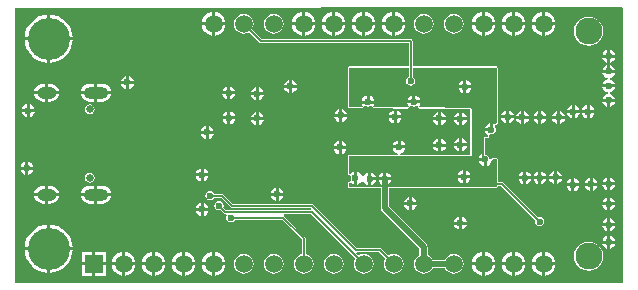
<source format=gbr>
%TF.GenerationSoftware,Altium Limited,Altium Designer,20.0.10 (225)*%
G04 Layer_Physical_Order=2*
G04 Layer_Color=16711680*
%FSLAX26Y26*%
%MOIN*%
%TF.FileFunction,Copper,L2,Bot,Signal*%
%TF.Part,Single*%
G01*
G75*
%TA.AperFunction,Conductor*%
%ADD24C,0.008000*%
%ADD25C,0.006000*%
%ADD26C,0.020000*%
%TA.AperFunction,ComponentPad*%
%ADD30C,0.059370*%
%ADD31R,0.059370X0.059370*%
%ADD32C,0.140000*%
%ADD33C,0.090000*%
%ADD34O,0.062992X0.039370*%
%ADD35O,0.082677X0.039370*%
%ADD36C,0.025591*%
%TA.AperFunction,ViaPad*%
%ADD37C,0.023622*%
G36*
X2027559Y917720D02*
X2027559Y0D01*
X0D01*
Y916803D01*
X2024019Y921252D01*
X2027559Y917720D01*
D02*
G37*
%LPC*%
G36*
X1766323Y903936D02*
Y869567D01*
X1800692D01*
X1799986Y874927D01*
X1795987Y884581D01*
X1789626Y892870D01*
X1781336Y899232D01*
X1771683Y903230D01*
X1766323Y903936D01*
D02*
G37*
G36*
X1666323D02*
Y869567D01*
X1700692D01*
X1699986Y874927D01*
X1695987Y884581D01*
X1689626Y892870D01*
X1681336Y899232D01*
X1671683Y903230D01*
X1666323Y903936D01*
D02*
G37*
G36*
X1566323D02*
Y869567D01*
X1600692D01*
X1599986Y874927D01*
X1595987Y884581D01*
X1589626Y892870D01*
X1581336Y899232D01*
X1571683Y903230D01*
X1566323Y903936D01*
D02*
G37*
G36*
X1266323D02*
Y869567D01*
X1300692D01*
X1299986Y874927D01*
X1295987Y884581D01*
X1289626Y892870D01*
X1281336Y899232D01*
X1271683Y903230D01*
X1266323Y903936D01*
D02*
G37*
G36*
X1166323D02*
Y869567D01*
X1200692D01*
X1199986Y874927D01*
X1195987Y884581D01*
X1189626Y892870D01*
X1181336Y899232D01*
X1171683Y903230D01*
X1166323Y903936D01*
D02*
G37*
G36*
X1066323D02*
Y869567D01*
X1100692D01*
X1099986Y874927D01*
X1095987Y884581D01*
X1089626Y892870D01*
X1081336Y899232D01*
X1071683Y903230D01*
X1066323Y903936D01*
D02*
G37*
G36*
X966323D02*
Y869567D01*
X1000692D01*
X999986Y874927D01*
X995987Y884581D01*
X989626Y892870D01*
X981337Y899232D01*
X971683Y903230D01*
X966323Y903936D01*
D02*
G37*
G36*
X666323D02*
Y869567D01*
X700692D01*
X699986Y874927D01*
X695987Y884581D01*
X689626Y892870D01*
X681337Y899232D01*
X671683Y903230D01*
X666323Y903936D01*
D02*
G37*
G36*
X1756323D02*
X1750963Y903230D01*
X1741309Y899232D01*
X1733019Y892870D01*
X1726658Y884581D01*
X1722659Y874927D01*
X1721954Y869567D01*
X1756323D01*
Y903936D01*
D02*
G37*
G36*
X656323D02*
X650963Y903230D01*
X641309Y899232D01*
X633019Y892870D01*
X626658Y884581D01*
X622659Y874927D01*
X621954Y869567D01*
X656323D01*
Y903936D01*
D02*
G37*
G36*
X1656323D02*
X1650963Y903230D01*
X1641309Y899232D01*
X1633019Y892870D01*
X1626658Y884581D01*
X1622659Y874927D01*
X1621954Y869567D01*
X1656323D01*
Y903936D01*
D02*
G37*
G36*
X1556323D02*
X1550963Y903230D01*
X1541309Y899232D01*
X1533019Y892870D01*
X1526658Y884581D01*
X1522659Y874927D01*
X1521954Y869567D01*
X1556323D01*
Y903936D01*
D02*
G37*
G36*
X1256323D02*
X1250963Y903230D01*
X1241309Y899232D01*
X1233019Y892870D01*
X1226658Y884581D01*
X1222659Y874927D01*
X1221954Y869567D01*
X1256323D01*
Y903936D01*
D02*
G37*
G36*
X1156323D02*
X1150963Y903230D01*
X1141309Y899232D01*
X1133019Y892870D01*
X1126658Y884581D01*
X1122659Y874927D01*
X1121954Y869567D01*
X1156323D01*
Y903936D01*
D02*
G37*
G36*
X1056323D02*
X1050963Y903230D01*
X1041309Y899232D01*
X1033019Y892870D01*
X1026658Y884581D01*
X1022659Y874927D01*
X1021954Y869567D01*
X1056323D01*
Y903936D01*
D02*
G37*
G36*
X956323D02*
X950963Y903230D01*
X941309Y899232D01*
X933019Y892870D01*
X926658Y884581D01*
X922659Y874927D01*
X921954Y869567D01*
X956323D01*
Y903936D01*
D02*
G37*
G36*
X1461323Y898038D02*
X1452660Y896898D01*
X1444587Y893554D01*
X1437655Y888235D01*
X1432336Y881303D01*
X1428992Y873230D01*
X1427851Y864567D01*
X1428992Y855904D01*
X1432336Y847831D01*
X1437655Y840899D01*
X1444587Y835580D01*
X1452660Y832236D01*
X1461323Y831096D01*
X1469986Y832236D01*
X1478059Y835580D01*
X1484991Y840899D01*
X1490310Y847831D01*
X1493654Y855904D01*
X1494794Y864567D01*
X1493654Y873230D01*
X1490310Y881303D01*
X1484991Y888235D01*
X1478059Y893554D01*
X1469986Y896898D01*
X1461323Y898038D01*
D02*
G37*
G36*
X1361323D02*
X1352660Y896898D01*
X1344587Y893554D01*
X1337655Y888235D01*
X1332336Y881303D01*
X1328992Y873230D01*
X1327851Y864567D01*
X1328992Y855904D01*
X1332336Y847831D01*
X1337655Y840899D01*
X1344587Y835580D01*
X1352660Y832236D01*
X1361323Y831096D01*
X1369986Y832236D01*
X1378059Y835580D01*
X1384991Y840899D01*
X1390310Y847831D01*
X1393654Y855904D01*
X1394794Y864567D01*
X1393654Y873230D01*
X1390310Y881303D01*
X1384991Y888235D01*
X1378059Y893554D01*
X1369986Y896898D01*
X1361323Y898038D01*
D02*
G37*
G36*
X861323D02*
X852660Y896898D01*
X844587Y893554D01*
X837655Y888235D01*
X832336Y881303D01*
X828992Y873230D01*
X827851Y864567D01*
X828992Y855904D01*
X832336Y847831D01*
X837655Y840899D01*
X844587Y835580D01*
X852660Y832236D01*
X861323Y831096D01*
X869986Y832236D01*
X878058Y835580D01*
X884991Y840899D01*
X890310Y847831D01*
X893654Y855904D01*
X894794Y864567D01*
X893654Y873230D01*
X890310Y881303D01*
X884991Y888235D01*
X878058Y893554D01*
X869986Y896898D01*
X861323Y898038D01*
D02*
G37*
G36*
X1700692Y859567D02*
X1666323D01*
Y825198D01*
X1671683Y825903D01*
X1681336Y829902D01*
X1689626Y836263D01*
X1695987Y844553D01*
X1699986Y854207D01*
X1700692Y859567D01*
D02*
G37*
G36*
X1600692D02*
X1566323D01*
Y825198D01*
X1571683Y825903D01*
X1581336Y829902D01*
X1589626Y836263D01*
X1595987Y844553D01*
X1599986Y854207D01*
X1600692Y859567D01*
D02*
G37*
G36*
X1200692D02*
X1166323D01*
Y825198D01*
X1171683Y825903D01*
X1181336Y829902D01*
X1189626Y836263D01*
X1195987Y844553D01*
X1199986Y854207D01*
X1200692Y859567D01*
D02*
G37*
G36*
X1100692D02*
X1066323D01*
Y825198D01*
X1071683Y825903D01*
X1081336Y829902D01*
X1089626Y836263D01*
X1095987Y844553D01*
X1099986Y854207D01*
X1100692Y859567D01*
D02*
G37*
G36*
X1000692D02*
X966323D01*
Y825198D01*
X971683Y825903D01*
X981337Y829902D01*
X989626Y836263D01*
X995987Y844553D01*
X999986Y854207D01*
X1000692Y859567D01*
D02*
G37*
G36*
X700692D02*
X666323D01*
Y825198D01*
X671683Y825903D01*
X681337Y829902D01*
X689626Y836263D01*
X695987Y844553D01*
X699986Y854207D01*
X700692Y859567D01*
D02*
G37*
G36*
X1800692D02*
X1766323D01*
Y825198D01*
X1771683Y825903D01*
X1781336Y829902D01*
X1789626Y836263D01*
X1795987Y844553D01*
X1799986Y854207D01*
X1800692Y859567D01*
D02*
G37*
G36*
X1300692D02*
X1266323D01*
Y825198D01*
X1271683Y825903D01*
X1281336Y829902D01*
X1289626Y836263D01*
X1295987Y844553D01*
X1299986Y854207D01*
X1300692Y859567D01*
D02*
G37*
G36*
X1756323D02*
X1721954D01*
X1722659Y854207D01*
X1726658Y844553D01*
X1733019Y836263D01*
X1741309Y829902D01*
X1750963Y825903D01*
X1756323Y825198D01*
Y859567D01*
D02*
G37*
G36*
X1656323D02*
X1621954D01*
X1622659Y854207D01*
X1626658Y844553D01*
X1633019Y836263D01*
X1641309Y829902D01*
X1650963Y825903D01*
X1656323Y825198D01*
Y859567D01*
D02*
G37*
G36*
X1556323D02*
X1521954D01*
X1522659Y854207D01*
X1526658Y844553D01*
X1533019Y836263D01*
X1541309Y829902D01*
X1550963Y825903D01*
X1556323Y825198D01*
Y859567D01*
D02*
G37*
G36*
X1256323D02*
X1221954D01*
X1222659Y854207D01*
X1226658Y844553D01*
X1233019Y836263D01*
X1241309Y829902D01*
X1250963Y825903D01*
X1256323Y825198D01*
Y859567D01*
D02*
G37*
G36*
X1156323D02*
X1121954D01*
X1122659Y854207D01*
X1126658Y844553D01*
X1133019Y836263D01*
X1141309Y829902D01*
X1150963Y825903D01*
X1156323Y825198D01*
Y859567D01*
D02*
G37*
G36*
X1056323D02*
X1021954D01*
X1022659Y854207D01*
X1026658Y844553D01*
X1033019Y836263D01*
X1041309Y829902D01*
X1050963Y825903D01*
X1056323Y825198D01*
Y859567D01*
D02*
G37*
G36*
X956323D02*
X921954D01*
X922659Y854207D01*
X926658Y844553D01*
X933019Y836263D01*
X941309Y829902D01*
X950963Y825903D01*
X956323Y825198D01*
Y859567D01*
D02*
G37*
G36*
X656323D02*
X621954D01*
X622659Y854207D01*
X626658Y844553D01*
X633019Y836263D01*
X641309Y829902D01*
X650963Y825903D01*
X656323Y825198D01*
Y859567D01*
D02*
G37*
G36*
X116323Y894462D02*
Y819567D01*
X191217D01*
X190165Y830250D01*
X185591Y845330D01*
X178162Y859228D01*
X168165Y871409D01*
X155983Y881406D01*
X142086Y888835D01*
X127005Y893409D01*
X116323Y894462D01*
D02*
G37*
G36*
X106323D02*
X95640Y893409D01*
X80560Y888835D01*
X66662Y881406D01*
X54480Y871409D01*
X44483Y859228D01*
X37055Y845330D01*
X32480Y830250D01*
X31428Y819567D01*
X106323D01*
Y894462D01*
D02*
G37*
G36*
X1911323Y888485D02*
X1898662Y886818D01*
X1886864Y881932D01*
X1876732Y874158D01*
X1868958Y864026D01*
X1864071Y852228D01*
X1862404Y839567D01*
X1864071Y826906D01*
X1868958Y815108D01*
X1876732Y804976D01*
X1886864Y797202D01*
X1898662Y792315D01*
X1911323Y790648D01*
X1923984Y792315D01*
X1935782Y797202D01*
X1945913Y804976D01*
X1953688Y815108D01*
X1958574Y826906D01*
X1960241Y839567D01*
X1958574Y852228D01*
X1953688Y864026D01*
X1945913Y874158D01*
X1935782Y881932D01*
X1923984Y886818D01*
X1911323Y888485D01*
D02*
G37*
G36*
X1983347Y777543D02*
Y761299D01*
X1999590D01*
X1998892Y764809D01*
X1994071Y772024D01*
X1986857Y776845D01*
X1983347Y777543D01*
D02*
G37*
G36*
X1973347D02*
X1969836Y776845D01*
X1962622Y772024D01*
X1957801Y764809D01*
X1957103Y761299D01*
X1973347D01*
Y777543D01*
D02*
G37*
G36*
X1999590Y751299D02*
X1983347D01*
Y735056D01*
X1986857Y735754D01*
X1994071Y740574D01*
X1998892Y747789D01*
X1999590Y751299D01*
D02*
G37*
G36*
X1973347D02*
X1957103D01*
X1957801Y747789D01*
X1962622Y740574D01*
X1969836Y735754D01*
X1973347Y735056D01*
Y751299D01*
D02*
G37*
G36*
X191217Y809567D02*
X116323D01*
Y734672D01*
X127005Y735724D01*
X142086Y740299D01*
X155983Y747727D01*
X168165Y757725D01*
X178162Y769906D01*
X185591Y783804D01*
X190165Y798884D01*
X191217Y809567D01*
D02*
G37*
G36*
X106323D02*
X31428D01*
X32480Y798884D01*
X37055Y783804D01*
X44483Y769906D01*
X54480Y757725D01*
X66662Y747727D01*
X80560Y740299D01*
X95640Y735724D01*
X106323Y734672D01*
Y809567D01*
D02*
G37*
G36*
X1983347Y726755D02*
Y710512D01*
X1999590D01*
X1998892Y714022D01*
X1994072Y721237D01*
X1986857Y726057D01*
X1983347Y726755D01*
D02*
G37*
G36*
X1973347D02*
X1969836Y726057D01*
X1962622Y721237D01*
X1957801Y714022D01*
X1957103Y710512D01*
X1973347D01*
Y726755D01*
D02*
G37*
G36*
X379016Y689942D02*
Y673698D01*
X395259D01*
X394561Y677208D01*
X389741Y684423D01*
X382526Y689243D01*
X379016Y689942D01*
D02*
G37*
G36*
X369016D02*
X365505Y689243D01*
X358291Y684423D01*
X353470Y677208D01*
X352772Y673698D01*
X369016D01*
Y689942D01*
D02*
G37*
G36*
X1999590Y700512D02*
X1957103D01*
X1957801Y697002D01*
X1962622Y689787D01*
X1969836Y684966D01*
X1974430Y684053D01*
Y678955D01*
X1969836Y678041D01*
X1962622Y673220D01*
X1957801Y666005D01*
X1957103Y662495D01*
X1999590D01*
X1998892Y666005D01*
X1994072Y673220D01*
X1986857Y678041D01*
X1982263Y678955D01*
Y684053D01*
X1986857Y684966D01*
X1994072Y689787D01*
X1998892Y697002D01*
X1999590Y700512D01*
D02*
G37*
G36*
X922402Y677275D02*
Y661032D01*
X938645D01*
X937947Y664542D01*
X933126Y671757D01*
X925912Y676577D01*
X922402Y677275D01*
D02*
G37*
G36*
X912402D02*
X908891Y676577D01*
X901677Y671757D01*
X896856Y664542D01*
X896158Y661032D01*
X912402D01*
Y677275D01*
D02*
G37*
G36*
X395259Y663698D02*
X379016D01*
Y647454D01*
X382526Y648152D01*
X389741Y652973D01*
X394561Y660188D01*
X395259Y663698D01*
D02*
G37*
G36*
X369016D02*
X352772D01*
X353470Y660188D01*
X358291Y652973D01*
X365505Y648152D01*
X369016Y647454D01*
Y663698D01*
D02*
G37*
G36*
X290750Y664981D02*
X274096D01*
Y640039D01*
X320033D01*
X319671Y642789D01*
X316680Y650010D01*
X311922Y656211D01*
X305721Y660969D01*
X298499Y663960D01*
X290750Y664981D01*
D02*
G37*
G36*
X116340D02*
X109529D01*
Y640039D01*
X145623D01*
X145261Y642789D01*
X142270Y650010D01*
X137512Y656211D01*
X131311Y660969D01*
X124090Y663960D01*
X116340Y664981D01*
D02*
G37*
G36*
X99529D02*
X92718D01*
X84969Y663960D01*
X77748Y660969D01*
X71547Y656211D01*
X66789Y650010D01*
X63797Y642789D01*
X63435Y640039D01*
X99529D01*
Y664981D01*
D02*
G37*
G36*
X264096D02*
X247443D01*
X239693Y663960D01*
X232472Y660969D01*
X226271Y656211D01*
X221513Y650010D01*
X218522Y642789D01*
X218160Y640039D01*
X264096D01*
Y664981D01*
D02*
G37*
G36*
X716877Y655423D02*
Y639179D01*
X733120D01*
X732422Y642689D01*
X727601Y649904D01*
X720387Y654724D01*
X716877Y655423D01*
D02*
G37*
G36*
X706877D02*
X703366Y654724D01*
X696152Y649904D01*
X691331Y642689D01*
X690633Y639179D01*
X706877D01*
Y655423D01*
D02*
G37*
G36*
X812070Y652795D02*
Y636551D01*
X828314D01*
X827615Y640062D01*
X822795Y647276D01*
X815580Y652097D01*
X812070Y652795D01*
D02*
G37*
G36*
X802070D02*
X798560Y652097D01*
X791345Y647276D01*
X786524Y640062D01*
X785826Y636551D01*
X802070D01*
Y652795D01*
D02*
G37*
G36*
X938645Y651032D02*
X922402D01*
Y634788D01*
X925912Y635486D01*
X933126Y640307D01*
X937947Y647521D01*
X938645Y651032D01*
D02*
G37*
G36*
X912402D02*
X896158D01*
X896856Y647521D01*
X901677Y640307D01*
X908891Y635486D01*
X912402Y634788D01*
Y651032D01*
D02*
G37*
G36*
X1999590Y652495D02*
X1957103D01*
X1957801Y648985D01*
X1962622Y641770D01*
X1969836Y636950D01*
X1974744Y635974D01*
Y630876D01*
X1969836Y629899D01*
X1962622Y625079D01*
X1957801Y617864D01*
X1957103Y614354D01*
X1999590D01*
X1998892Y617864D01*
X1994072Y625079D01*
X1986857Y629899D01*
X1981949Y630876D01*
Y635974D01*
X1986857Y636950D01*
X1994072Y641770D01*
X1998892Y648985D01*
X1999590Y652495D01*
D02*
G37*
G36*
X733120Y629179D02*
X716877D01*
Y612935D01*
X720387Y613633D01*
X727601Y618454D01*
X732422Y625669D01*
X733120Y629179D01*
D02*
G37*
G36*
X706877D02*
X690633D01*
X691331Y625669D01*
X696152Y618454D01*
X703366Y613633D01*
X706877Y612935D01*
Y629179D01*
D02*
G37*
G36*
X828314Y626551D02*
X812070D01*
Y610308D01*
X815580Y611006D01*
X822795Y615827D01*
X827615Y623041D01*
X828314Y626551D01*
D02*
G37*
G36*
X802070D02*
X785826D01*
X786524Y623041D01*
X791345Y615827D01*
X798560Y611006D01*
X802070Y610308D01*
Y626551D01*
D02*
G37*
G36*
X320033Y630039D02*
X274096D01*
Y605098D01*
X290750D01*
X298499Y606118D01*
X305721Y609110D01*
X311922Y613868D01*
X316680Y620069D01*
X319671Y627290D01*
X320033Y630039D01*
D02*
G37*
G36*
X264096D02*
X218160D01*
X218522Y627290D01*
X221513Y620069D01*
X226271Y613868D01*
X232472Y609110D01*
X239693Y606118D01*
X247443Y605098D01*
X264096D01*
Y630039D01*
D02*
G37*
G36*
X145623D02*
X109529D01*
Y605098D01*
X116340D01*
X124090Y606118D01*
X131311Y609110D01*
X137512Y613868D01*
X142270Y620069D01*
X145261Y627290D01*
X145623Y630039D01*
D02*
G37*
G36*
X99529D02*
X63435D01*
X63797Y627290D01*
X66789Y620069D01*
X71547Y613868D01*
X77748Y609110D01*
X84969Y606118D01*
X92718Y605098D01*
X99529D01*
Y630039D01*
D02*
G37*
G36*
X1999590Y604354D02*
X1983347D01*
Y588110D01*
X1986857Y588808D01*
X1994072Y593629D01*
X1998892Y600844D01*
X1999590Y604354D01*
D02*
G37*
G36*
X1973347D02*
X1957103D01*
X1957801Y600844D01*
X1962622Y593629D01*
X1969836Y588808D01*
X1973347Y588110D01*
Y604354D01*
D02*
G37*
G36*
X48089Y596265D02*
Y580021D01*
X64333D01*
X63635Y583531D01*
X58814Y590746D01*
X51599Y595567D01*
X48089Y596265D01*
D02*
G37*
G36*
X38089D02*
X34579Y595567D01*
X27364Y590746D01*
X22544Y583531D01*
X21845Y580021D01*
X38089D01*
Y596265D01*
D02*
G37*
G36*
X1914449Y593021D02*
Y576777D01*
X1930693D01*
X1929994Y580287D01*
X1925174Y587502D01*
X1917959Y592323D01*
X1914449Y593021D01*
D02*
G37*
G36*
X1904449D02*
X1900939Y592323D01*
X1893724Y587502D01*
X1888903Y580287D01*
X1888205Y576777D01*
X1904449D01*
Y593021D01*
D02*
G37*
G36*
X1865236Y593016D02*
Y576773D01*
X1881480D01*
X1880782Y580283D01*
X1875961Y587497D01*
X1868746Y592318D01*
X1865236Y593016D01*
D02*
G37*
G36*
X1855236D02*
X1851726Y592318D01*
X1844511Y587497D01*
X1839691Y580283D01*
X1838993Y576773D01*
X1855236D01*
Y593016D01*
D02*
G37*
G36*
X1089991Y579926D02*
Y563682D01*
X1106234D01*
X1105536Y567192D01*
X1100716Y574407D01*
X1093501Y579227D01*
X1089991Y579926D01*
D02*
G37*
G36*
X1079991D02*
X1076480Y579227D01*
X1072806Y576773D01*
X1069266Y574407D01*
X1064445Y567192D01*
X1063747Y563682D01*
X1079991D01*
Y579926D01*
D02*
G37*
G36*
X248230Y595355D02*
X241872Y594090D01*
X236482Y590488D01*
X232880Y585098D01*
X231616Y578740D01*
X232880Y572382D01*
X236482Y566992D01*
X241872Y563390D01*
X248230Y562126D01*
X254588Y563390D01*
X259978Y566992D01*
X263580Y572382D01*
X264845Y578740D01*
X263580Y585098D01*
X259978Y590488D01*
X254588Y594090D01*
X248230Y595355D01*
D02*
G37*
G36*
X1645963Y575513D02*
Y559269D01*
X1662207D01*
X1661508Y562780D01*
X1656688Y569994D01*
X1649473Y574815D01*
X1645963Y575513D01*
D02*
G37*
G36*
X1635963D02*
X1632453Y574815D01*
X1625238Y569994D01*
X1620417Y562780D01*
X1619719Y559269D01*
X1635963D01*
Y575513D01*
D02*
G37*
G36*
X1271323Y575153D02*
Y558909D01*
X1287566D01*
X1286868Y562419D01*
X1282048Y569634D01*
X1274833Y574454D01*
X1271323Y575153D01*
D02*
G37*
G36*
X1261323D02*
X1257813Y574454D01*
X1250598Y569634D01*
X1245777Y562419D01*
X1245079Y558909D01*
X1261323D01*
Y575153D01*
D02*
G37*
G36*
X1816024Y573938D02*
Y557695D01*
X1832267D01*
X1831569Y561205D01*
X1826748Y568420D01*
X1819534Y573240D01*
X1816024Y573938D01*
D02*
G37*
G36*
X1806024D02*
X1802513Y573240D01*
X1795299Y568420D01*
X1790478Y561205D01*
X1789780Y557695D01*
X1806024D01*
Y573938D01*
D02*
G37*
G36*
X1754016D02*
Y557695D01*
X1770259D01*
X1769561Y561205D01*
X1764741Y568420D01*
X1757526Y573240D01*
X1754016Y573938D01*
D02*
G37*
G36*
X1744016D02*
X1740505Y573240D01*
X1733291Y568420D01*
X1728470Y561205D01*
X1727772Y557695D01*
X1744016D01*
Y573938D01*
D02*
G37*
G36*
X1695943D02*
Y557695D01*
X1712187D01*
X1711489Y561205D01*
X1706668Y568420D01*
X1699454Y573240D01*
X1695943Y573938D01*
D02*
G37*
G36*
X1685943D02*
X1682433Y573240D01*
X1675218Y568420D01*
X1670398Y561205D01*
X1669700Y557695D01*
X1685943D01*
Y573938D01*
D02*
G37*
G36*
X717530Y571847D02*
Y555604D01*
X733774D01*
X733075Y559114D01*
X728255Y566329D01*
X721040Y571149D01*
X717530Y571847D01*
D02*
G37*
G36*
X707530D02*
X704020Y571149D01*
X696805Y566329D01*
X691984Y559114D01*
X691286Y555604D01*
X707530D01*
Y571847D01*
D02*
G37*
G36*
X1419173Y570153D02*
Y553909D01*
X1435417D01*
X1434719Y557419D01*
X1429898Y564634D01*
X1422683Y569454D01*
X1419173Y570153D01*
D02*
G37*
G36*
X1409173D02*
X1405663Y569454D01*
X1398448Y564634D01*
X1393628Y557419D01*
X1392929Y553909D01*
X1409173D01*
Y570153D01*
D02*
G37*
G36*
X812070D02*
Y553909D01*
X828314D01*
X827615Y557419D01*
X822795Y564634D01*
X815580Y569454D01*
X812070Y570153D01*
D02*
G37*
G36*
X802070D02*
X798560Y569454D01*
X791345Y564634D01*
X786524Y557419D01*
X785826Y553909D01*
X802070D01*
Y570153D01*
D02*
G37*
G36*
X64333Y570021D02*
X48089D01*
Y553778D01*
X51599Y554476D01*
X58814Y559296D01*
X63635Y566511D01*
X64333Y570021D01*
D02*
G37*
G36*
X38089D02*
X21845D01*
X22544Y566511D01*
X27364Y559296D01*
X34579Y554476D01*
X38089Y553778D01*
Y570021D01*
D02*
G37*
G36*
X1489252Y568578D02*
Y552334D01*
X1505496D01*
X1504798Y555844D01*
X1499977Y563059D01*
X1492762Y567880D01*
X1489252Y568578D01*
D02*
G37*
G36*
X1479252D02*
X1475742Y567880D01*
X1468527Y563059D01*
X1463707Y555844D01*
X1463008Y552334D01*
X1479252D01*
Y568578D01*
D02*
G37*
G36*
X1930693Y566777D02*
X1914449D01*
Y550534D01*
X1917959Y551232D01*
X1925174Y556052D01*
X1929994Y563267D01*
X1930693Y566777D01*
D02*
G37*
G36*
X1904449D02*
X1888205D01*
X1888903Y563267D01*
X1893724Y556052D01*
X1900939Y551232D01*
X1904449Y550534D01*
Y566777D01*
D02*
G37*
G36*
X1881480Y566773D02*
X1865236D01*
Y550529D01*
X1868746Y551227D01*
X1875961Y556048D01*
X1880782Y563262D01*
X1881480Y566773D01*
D02*
G37*
G36*
X1855236D02*
X1838993D01*
X1839691Y563262D01*
X1844511Y556048D01*
X1851726Y551227D01*
X1855236Y550529D01*
Y566773D01*
D02*
G37*
G36*
X1106234Y553682D02*
X1089991D01*
Y537438D01*
X1093501Y538136D01*
X1100716Y542957D01*
X1105536Y550172D01*
X1106234Y553682D01*
D02*
G37*
G36*
X1079991D02*
X1063747D01*
X1064445Y550172D01*
X1069266Y542957D01*
X1076480Y538136D01*
X1079991Y537438D01*
Y553682D01*
D02*
G37*
G36*
X1662207Y549269D02*
X1645963D01*
Y533026D01*
X1649473Y533724D01*
X1656688Y538545D01*
X1661508Y545759D01*
X1662207Y549269D01*
D02*
G37*
G36*
X1635963D02*
X1619719D01*
X1620417Y545759D01*
X1625238Y538545D01*
X1632453Y533724D01*
X1635963Y533026D01*
Y549269D01*
D02*
G37*
G36*
X1287566Y548909D02*
X1271323D01*
Y532665D01*
X1274833Y533363D01*
X1282048Y538184D01*
X1286868Y545399D01*
X1287566Y548909D01*
D02*
G37*
G36*
X1261323D02*
X1245079D01*
X1245777Y545399D01*
X1250598Y538184D01*
X1257813Y533363D01*
X1261323Y532665D01*
Y548909D01*
D02*
G37*
G36*
X1832267Y547695D02*
X1816024D01*
Y531451D01*
X1819534Y532149D01*
X1826748Y536970D01*
X1831569Y544184D01*
X1832267Y547695D01*
D02*
G37*
G36*
X1806024D02*
X1789780D01*
X1790478Y544184D01*
X1795299Y536970D01*
X1802513Y532149D01*
X1806024Y531451D01*
Y547695D01*
D02*
G37*
G36*
X1770259D02*
X1754016D01*
Y531451D01*
X1757526Y532149D01*
X1764741Y536970D01*
X1769561Y544184D01*
X1770259Y547695D01*
D02*
G37*
G36*
X1744016D02*
X1727772D01*
X1728470Y544184D01*
X1733291Y536970D01*
X1740505Y532149D01*
X1744016Y531451D01*
Y547695D01*
D02*
G37*
G36*
X1712187D02*
X1695943D01*
Y531451D01*
X1699454Y532149D01*
X1706668Y536970D01*
X1711489Y544184D01*
X1712187Y547695D01*
D02*
G37*
G36*
X1685943D02*
X1669700D01*
X1670398Y544184D01*
X1675218Y536970D01*
X1682433Y532149D01*
X1685943Y531451D01*
Y547695D01*
D02*
G37*
G36*
X733774Y545604D02*
X717530D01*
Y529360D01*
X721040Y530058D01*
X728255Y534879D01*
X733075Y542094D01*
X733774Y545604D01*
D02*
G37*
G36*
X707530D02*
X691286D01*
X691984Y542094D01*
X696805Y534879D01*
X704020Y530058D01*
X707530Y529360D01*
Y545604D01*
D02*
G37*
G36*
X1435417Y543909D02*
X1419173D01*
Y527665D01*
X1422683Y528363D01*
X1429898Y533184D01*
X1434719Y540399D01*
X1435417Y543909D01*
D02*
G37*
G36*
X1409173D02*
X1392929D01*
X1393628Y540399D01*
X1398448Y533184D01*
X1405663Y528363D01*
X1409173Y527665D01*
Y543909D01*
D02*
G37*
G36*
X828314D02*
X812070D01*
Y527665D01*
X815580Y528363D01*
X822795Y533184D01*
X827615Y540399D01*
X828314Y543909D01*
D02*
G37*
G36*
X802070D02*
X785826D01*
X786524Y540399D01*
X791345Y533184D01*
X798560Y528363D01*
X802070Y527665D01*
Y543909D01*
D02*
G37*
G36*
X1505496Y542334D02*
X1489252D01*
Y526090D01*
X1492762Y526789D01*
X1499977Y531609D01*
X1504798Y538824D01*
X1505496Y542334D01*
D02*
G37*
G36*
X1479252D02*
X1463008D01*
X1463707Y538824D01*
X1468527Y531609D01*
X1475742Y526789D01*
X1479252Y526090D01*
Y542334D01*
D02*
G37*
G36*
X644764Y523416D02*
Y507172D01*
X661008D01*
X660309Y510682D01*
X655489Y517897D01*
X648274Y522718D01*
X644764Y523416D01*
D02*
G37*
G36*
X634764D02*
X631254Y522718D01*
X624039Y517897D01*
X619218Y510682D01*
X618520Y507172D01*
X634764D01*
Y523416D01*
D02*
G37*
G36*
X761323Y898038D02*
X752660Y896898D01*
X744587Y893554D01*
X737655Y888235D01*
X732336Y881303D01*
X728992Y873230D01*
X727851Y864567D01*
X728992Y855904D01*
X732336Y847831D01*
X737655Y840899D01*
X744587Y835580D01*
X752660Y832236D01*
X761323Y831096D01*
X769986Y832236D01*
X778058Y835580D01*
X779688Y836830D01*
X813227Y803290D01*
X815377Y801854D01*
X817913Y801349D01*
X1311286D01*
Y722292D01*
X1112205D01*
X1109526Y721183D01*
X1108416Y718504D01*
Y586332D01*
X1108972Y584991D01*
X1109514Y583666D01*
X1109522Y583662D01*
X1109526Y583654D01*
X1110858Y583102D01*
X1112188Y582544D01*
X1155179Y582352D01*
X1155713Y582571D01*
X1156287Y582513D01*
X1157005Y583099D01*
X1157863Y583450D01*
X1158086Y583982D01*
X1158533Y584347D01*
X1161214Y589336D01*
X1162024Y589911D01*
X1163504Y590687D01*
X1166452Y591144D01*
X1170128Y588688D01*
X1176102Y587500D01*
X1182076Y588688D01*
X1185629Y591061D01*
X1189483Y590091D01*
X1190275Y589651D01*
X1190875Y589188D01*
X1193540Y584176D01*
X1193979Y583814D01*
X1194194Y583288D01*
X1195056Y582926D01*
X1195777Y582332D01*
X1196343Y582386D01*
X1196868Y582166D01*
X1211048Y582103D01*
X1308695Y581668D01*
X1309229Y581886D01*
X1309804Y581828D01*
X1310521Y582414D01*
X1311379Y582765D01*
X1311602Y583297D01*
X1312049Y583663D01*
X1314730Y588651D01*
X1314746Y588811D01*
X1316121Y589890D01*
X1316882Y590270D01*
X1319739Y591179D01*
X1319944Y591203D01*
X1322766Y589317D01*
X1328740Y588129D01*
X1334714Y589317D01*
X1337455Y591149D01*
X1337648Y591123D01*
X1340783Y590056D01*
X1341165Y589849D01*
X1342627Y588649D01*
X1342640Y588511D01*
X1345304Y583499D01*
X1345743Y583137D01*
X1345959Y582611D01*
X1346821Y582249D01*
X1347542Y581655D01*
X1348108Y581709D01*
X1348632Y581489D01*
X1516553Y580740D01*
D01*
X1517307Y580737D01*
Y427165D01*
X1283750D01*
X1282040Y431457D01*
X1281998Y431885D01*
X1286508Y433068D01*
X1288038Y433372D01*
X1288365Y433591D01*
X1295253Y438193D01*
X1300073Y445408D01*
X1300771Y448918D01*
X1258284D01*
X1258982Y445408D01*
X1263803Y438193D01*
X1270690Y433591D01*
X1271017Y433372D01*
X1272547Y433068D01*
X1277057Y431885D01*
X1277015Y431457D01*
X1275305Y427165D01*
X1112205D01*
X1109526Y426056D01*
X1108416Y423377D01*
Y365458D01*
X1108772Y364598D01*
X1108863Y363672D01*
X1109307Y363308D01*
X1109526Y362779D01*
X1110385Y362423D01*
X1111105Y361833D01*
X1116105Y360316D01*
X1116620Y360367D01*
X1117526Y359533D01*
X1119297Y356407D01*
X1119464Y355623D01*
X1119436Y355580D01*
X1118247Y349606D01*
X1119436Y343632D01*
X1119464Y343590D01*
X1119297Y342805D01*
X1117526Y339680D01*
X1116620Y338846D01*
X1116105Y338897D01*
X1111105Y337380D01*
X1110385Y336790D01*
X1109526Y336433D01*
X1109307Y335904D01*
X1108863Y335541D01*
X1108772Y334614D01*
X1108416Y333755D01*
Y320844D01*
X1109526Y318166D01*
X1112205Y317056D01*
X1218519D01*
Y249037D01*
X1219567Y243770D01*
X1222551Y239304D01*
X1347558Y114297D01*
Y94785D01*
X1344587Y93554D01*
X1337655Y88235D01*
X1332336Y81303D01*
X1328992Y73230D01*
X1327851Y64567D01*
X1328992Y55904D01*
X1332336Y47831D01*
X1337655Y40899D01*
X1344587Y35580D01*
X1352660Y32236D01*
X1361323Y31096D01*
X1369986Y32236D01*
X1378059Y35580D01*
X1384991Y40899D01*
X1390310Y47831D01*
X1391541Y50802D01*
X1431105D01*
X1432336Y47831D01*
X1437655Y40899D01*
X1444587Y35580D01*
X1452660Y32236D01*
X1461323Y31096D01*
X1469986Y32236D01*
X1478059Y35580D01*
X1484991Y40899D01*
X1490310Y47831D01*
X1493654Y55904D01*
X1494794Y64567D01*
X1493654Y73230D01*
X1490310Y81303D01*
X1484991Y88235D01*
X1478059Y93554D01*
X1469986Y96898D01*
X1461323Y98038D01*
X1452660Y96898D01*
X1444587Y93554D01*
X1437655Y88235D01*
X1432336Y81303D01*
X1431105Y78331D01*
X1391541D01*
X1390310Y81303D01*
X1384991Y88235D01*
X1378059Y93554D01*
X1375087Y94785D01*
Y119998D01*
X1374040Y125266D01*
X1371056Y129731D01*
X1246048Y254739D01*
Y317056D01*
X1603525Y317056D01*
X1606204Y318166D01*
X1607009Y318971D01*
X1608119Y321650D01*
Y322963D01*
X1618978D01*
X1733216Y208725D01*
X1732420Y204724D01*
X1733609Y198750D01*
X1736993Y193686D01*
X1742057Y190302D01*
X1748032Y189113D01*
X1754006Y190302D01*
X1759070Y193686D01*
X1762454Y198750D01*
X1763642Y204724D01*
X1762454Y210698D01*
X1759070Y215763D01*
X1754006Y219147D01*
X1748032Y220335D01*
X1744031Y219540D01*
X1627553Y336017D01*
X1625072Y337675D01*
X1622146Y338257D01*
X1608119D01*
Y412443D01*
X1607009Y415122D01*
X1604331Y416232D01*
X1592278D01*
X1591238Y415801D01*
X1590137Y415568D01*
X1586920Y413364D01*
X1583133Y414186D01*
X1581509Y415049D01*
X1580839Y418417D01*
X1577455Y423482D01*
X1572390Y426866D01*
X1566416Y428054D01*
X1565718Y428627D01*
Y453162D01*
X1565136Y456088D01*
X1565111Y456125D01*
Y483929D01*
X1574689D01*
X1575548Y484285D01*
X1576475Y484377D01*
X1576838Y484820D01*
X1577368Y485039D01*
X1577724Y485898D01*
X1578314Y486618D01*
X1579831Y491618D01*
X1579739Y492544D01*
X1579810Y492898D01*
X1579955Y493489D01*
X1583523Y496870D01*
X1586889Y496200D01*
X1592863Y497388D01*
X1597928Y500772D01*
X1601312Y505837D01*
X1602500Y511811D01*
X1601312Y517785D01*
X1599089Y521111D01*
X1599741Y524369D01*
X1600681Y525905D01*
X1601117Y526389D01*
X1606117Y529061D01*
X1606480Y529504D01*
X1607009Y529723D01*
X1607366Y530583D01*
X1607956Y531303D01*
X1607900Y531873D01*
X1608119Y532402D01*
Y718504D01*
X1607009Y721183D01*
X1604331Y722292D01*
X1324541Y722292D01*
Y807976D01*
X1324036Y810513D01*
X1322600Y812663D01*
X1320450Y814099D01*
X1317913Y814604D01*
X820659D01*
X789060Y846202D01*
X790310Y847831D01*
X793654Y855904D01*
X794794Y864567D01*
X793654Y873230D01*
X790310Y881303D01*
X784991Y888235D01*
X778058Y893554D01*
X769986Y896898D01*
X761323Y898038D01*
D02*
G37*
G36*
X661008Y497172D02*
X644764D01*
Y480928D01*
X648274Y481627D01*
X655489Y486447D01*
X660309Y493662D01*
X661008Y497172D01*
D02*
G37*
G36*
X634764D02*
X618520D01*
X619218Y493662D01*
X624039Y486447D01*
X631254Y481627D01*
X634764Y480928D01*
Y497172D01*
D02*
G37*
G36*
X1489252Y483081D02*
Y466837D01*
X1505496D01*
X1504798Y470347D01*
X1499977Y477562D01*
X1492762Y482382D01*
X1489252Y483081D01*
D02*
G37*
G36*
X1479252D02*
X1475742Y482382D01*
X1468527Y477562D01*
X1463707Y470347D01*
X1463008Y466837D01*
X1479252D01*
Y483081D01*
D02*
G37*
G36*
X1419173Y481506D02*
Y465262D01*
X1435417D01*
X1434719Y468772D01*
X1429898Y475987D01*
X1422683Y480808D01*
X1419173Y481506D01*
D02*
G37*
G36*
X1409173D02*
X1405663Y480808D01*
X1398448Y475987D01*
X1393628Y468772D01*
X1392929Y465262D01*
X1409173D01*
Y481506D01*
D02*
G37*
G36*
X1284528Y475162D02*
Y458918D01*
X1300771D01*
X1300073Y462428D01*
X1295253Y469643D01*
X1288038Y474463D01*
X1284528Y475162D01*
D02*
G37*
G36*
X1274528D02*
X1271017Y474463D01*
X1263803Y469643D01*
X1258982Y462428D01*
X1258284Y458918D01*
X1274528D01*
Y475162D01*
D02*
G37*
G36*
X1087677Y473406D02*
Y457162D01*
X1103921D01*
X1103223Y460673D01*
X1098402Y467887D01*
X1091187Y472708D01*
X1087677Y473406D01*
D02*
G37*
G36*
X1077677D02*
X1074167Y472708D01*
X1066952Y467887D01*
X1062132Y460673D01*
X1061434Y457162D01*
X1077677D01*
Y473406D01*
D02*
G37*
G36*
X1505496Y456837D02*
X1489252D01*
Y440593D01*
X1492762Y441291D01*
X1499977Y446112D01*
X1504798Y453327D01*
X1505496Y456837D01*
D02*
G37*
G36*
X1479252D02*
X1463008D01*
X1463707Y453327D01*
X1468527Y446112D01*
X1475742Y441291D01*
X1479252Y440593D01*
Y456837D01*
D02*
G37*
G36*
X1435417Y455262D02*
X1419173D01*
Y439018D01*
X1422683Y439717D01*
X1429898Y444537D01*
X1434719Y451752D01*
X1435417Y455262D01*
D02*
G37*
G36*
X1409173D02*
X1392929D01*
X1393628Y451752D01*
X1398448Y444537D01*
X1405663Y439717D01*
X1409173Y439018D01*
Y455262D01*
D02*
G37*
G36*
X1103921Y447162D02*
X1087677D01*
Y430919D01*
X1091187Y431617D01*
X1098402Y436438D01*
X1103223Y443652D01*
X1103921Y447162D01*
D02*
G37*
G36*
X1077677D02*
X1061434D01*
X1062132Y443652D01*
X1066952Y436438D01*
X1074167Y431617D01*
X1077677Y430919D01*
Y447162D01*
D02*
G37*
G36*
X43886Y404398D02*
Y388154D01*
X60130D01*
X59432Y391664D01*
X54611Y398879D01*
X47397Y403700D01*
X43886Y404398D01*
D02*
G37*
G36*
X33886D02*
X30376Y403700D01*
X23161Y398879D01*
X18341Y391664D01*
X17643Y388154D01*
X33886D01*
Y404398D01*
D02*
G37*
G36*
X627978Y382068D02*
Y365824D01*
X644222D01*
X643524Y369334D01*
X638703Y376549D01*
X631489Y381369D01*
X627978Y382068D01*
D02*
G37*
G36*
X617978D02*
X614468Y381369D01*
X607253Y376549D01*
X602433Y369334D01*
X601735Y365824D01*
X617978D01*
Y382068D01*
D02*
G37*
G36*
X60130Y378154D02*
X43886D01*
Y361911D01*
X47397Y362609D01*
X54611Y367429D01*
X59432Y374644D01*
X60130Y378154D01*
D02*
G37*
G36*
X33886D02*
X17643D01*
X18341Y374644D01*
X23161Y367429D01*
X30376Y362609D01*
X33886Y361911D01*
Y378154D01*
D02*
G37*
G36*
X1806181Y374000D02*
Y357756D01*
X1822425D01*
X1821727Y361266D01*
X1816906Y368481D01*
X1809691Y373301D01*
X1806181Y374000D01*
D02*
G37*
G36*
X1796181D02*
X1792671Y373301D01*
X1785456Y368481D01*
X1780636Y361266D01*
X1779937Y357756D01*
X1796181D01*
Y374000D01*
D02*
G37*
G36*
X1754016Y372425D02*
Y356181D01*
X1770259D01*
X1769561Y359691D01*
X1764741Y366906D01*
X1757526Y371727D01*
X1754016Y372425D01*
D02*
G37*
G36*
X1744016D02*
X1740505Y371727D01*
X1733291Y366906D01*
X1728470Y359691D01*
X1727772Y356181D01*
X1744016D01*
Y372425D01*
D02*
G37*
G36*
X1704034D02*
Y356181D01*
X1720277D01*
X1719579Y359691D01*
X1714759Y366906D01*
X1707544Y371727D01*
X1704034Y372425D01*
D02*
G37*
G36*
X1694034D02*
X1690524Y371727D01*
X1683309Y366906D01*
X1678488Y359691D01*
X1677790Y356181D01*
X1694034D01*
Y372425D01*
D02*
G37*
G36*
X644222Y355824D02*
X627978D01*
Y339580D01*
X631489Y340278D01*
X638703Y345099D01*
X643524Y352314D01*
X644222Y355824D01*
D02*
G37*
G36*
X617978D02*
X601735D01*
X602433Y352314D01*
X607253Y345099D01*
X614468Y340278D01*
X617978Y339580D01*
Y355824D01*
D02*
G37*
G36*
X1983347Y352346D02*
Y336102D01*
X1999590D01*
X1998892Y339613D01*
X1994072Y346827D01*
X1986857Y351648D01*
X1983347Y352346D01*
D02*
G37*
G36*
X1973347D02*
X1969836Y351648D01*
X1962622Y346827D01*
X1957801Y339613D01*
X1957103Y336102D01*
X1973347D01*
Y352346D01*
D02*
G37*
G36*
X248230Y367796D02*
X241872Y366531D01*
X236482Y362929D01*
X232880Y357539D01*
X231616Y351181D01*
X232880Y344823D01*
X236482Y339433D01*
X241872Y335831D01*
X248230Y334567D01*
X254588Y335831D01*
X259978Y339433D01*
X263580Y344823D01*
X264845Y351181D01*
X263580Y357539D01*
X259978Y362929D01*
X254588Y366531D01*
X248230Y367796D01*
D02*
G37*
G36*
X1924291Y350771D02*
Y334527D01*
X1940535D01*
X1939837Y338038D01*
X1935016Y345252D01*
X1927802Y350073D01*
X1924291Y350771D01*
D02*
G37*
G36*
X1914291D02*
X1910781Y350073D01*
X1903566Y345252D01*
X1898746Y338038D01*
X1898048Y334527D01*
X1914291D01*
Y350771D01*
D02*
G37*
G36*
X1864252Y349196D02*
Y332953D01*
X1880496D01*
X1879797Y336463D01*
X1874977Y343678D01*
X1867762Y348498D01*
X1864252Y349196D01*
D02*
G37*
G36*
X1854252D02*
X1850742Y348498D01*
X1843527Y343678D01*
X1838706Y336463D01*
X1838008Y332953D01*
X1854252D01*
Y349196D01*
D02*
G37*
G36*
X1822425Y347756D02*
X1806181D01*
Y331512D01*
X1809691Y332210D01*
X1816906Y337031D01*
X1821727Y344246D01*
X1822425Y347756D01*
D02*
G37*
G36*
X1796181D02*
X1779937D01*
X1780636Y344246D01*
X1785456Y337031D01*
X1792671Y332210D01*
X1796181Y331512D01*
Y347756D01*
D02*
G37*
G36*
X1770259Y346181D02*
X1754016D01*
Y329937D01*
X1757526Y330636D01*
X1764741Y335456D01*
X1769561Y342671D01*
X1770259Y346181D01*
D02*
G37*
G36*
X1744016D02*
X1727772D01*
X1728470Y342671D01*
X1733291Y335456D01*
X1740505Y330636D01*
X1744016Y329937D01*
Y346181D01*
D02*
G37*
G36*
X1720277D02*
X1704034D01*
Y329937D01*
X1707544Y330636D01*
X1714759Y335456D01*
X1719579Y342671D01*
X1720277Y346181D01*
D02*
G37*
G36*
X1694034D02*
X1677790D01*
X1678488Y342671D01*
X1683309Y335456D01*
X1690524Y330636D01*
X1694034Y329937D01*
Y346181D01*
D02*
G37*
G36*
X1999590Y326102D02*
X1983347D01*
Y309859D01*
X1986857Y310557D01*
X1994072Y315377D01*
X1998892Y322592D01*
X1999590Y326102D01*
D02*
G37*
G36*
X1973347D02*
X1957103D01*
X1957801Y322592D01*
X1962622Y315377D01*
X1969836Y310557D01*
X1973347Y309859D01*
Y326102D01*
D02*
G37*
G36*
X1940535Y324527D02*
X1924291D01*
Y308284D01*
X1927802Y308982D01*
X1935016Y313803D01*
X1939837Y321017D01*
X1940535Y324527D01*
D02*
G37*
G36*
X1914291D02*
X1898048D01*
X1898746Y321017D01*
X1903566Y313803D01*
X1910781Y308982D01*
X1914291Y308284D01*
Y324527D01*
D02*
G37*
G36*
X1880496Y322953D02*
X1864252D01*
Y306709D01*
X1867762Y307407D01*
X1874977Y312228D01*
X1879797Y319442D01*
X1880496Y322953D01*
D02*
G37*
G36*
X1854252D02*
X1838008D01*
X1838706Y319442D01*
X1843527Y312228D01*
X1850742Y307407D01*
X1854252Y306709D01*
Y322953D01*
D02*
G37*
G36*
X878031Y317269D02*
Y301025D01*
X894275D01*
X893577Y304535D01*
X888756Y311750D01*
X881542Y316570D01*
X878031Y317269D01*
D02*
G37*
G36*
X868031D02*
X864521Y316570D01*
X857307Y311750D01*
X852486Y304535D01*
X851788Y301025D01*
X868031D01*
Y317269D01*
D02*
G37*
G36*
X116340Y324823D02*
X109529D01*
Y299882D01*
X145623D01*
X145261Y302631D01*
X142270Y309853D01*
X137512Y316053D01*
X131311Y320812D01*
X124090Y323803D01*
X116340Y324823D01*
D02*
G37*
G36*
X290750D02*
X274096D01*
Y299882D01*
X320033D01*
X319671Y302631D01*
X316680Y309853D01*
X311922Y316053D01*
X305721Y320812D01*
X298499Y323803D01*
X290750Y324823D01*
D02*
G37*
G36*
X99529D02*
X92718D01*
X84969Y323803D01*
X77748Y320812D01*
X71547Y316053D01*
X66789Y309853D01*
X63797Y302631D01*
X63435Y299882D01*
X99529D01*
Y324823D01*
D02*
G37*
G36*
X264096D02*
X247443D01*
X239693Y323803D01*
X232472Y320812D01*
X226271Y316053D01*
X221513Y309853D01*
X218522Y302631D01*
X218160Y299882D01*
X264096D01*
Y324823D01*
D02*
G37*
G36*
X894275Y291025D02*
X878031D01*
Y274781D01*
X881542Y275479D01*
X888756Y280300D01*
X893577Y287515D01*
X894275Y291025D01*
D02*
G37*
G36*
X868031D02*
X851788D01*
X852486Y287515D01*
X857307Y280300D01*
X864521Y275479D01*
X868031Y274781D01*
Y291025D01*
D02*
G37*
G36*
X1321882Y286784D02*
Y270540D01*
X1338126D01*
X1337428Y274050D01*
X1332607Y281265D01*
X1325392Y286086D01*
X1321882Y286784D01*
D02*
G37*
G36*
X1311882D02*
X1308372Y286086D01*
X1301157Y281265D01*
X1296337Y274050D01*
X1295639Y270540D01*
X1311882D01*
Y286784D01*
D02*
G37*
G36*
X1983347Y285417D02*
Y269173D01*
X1999590D01*
X1998892Y272683D01*
X1994072Y279898D01*
X1986857Y284719D01*
X1983347Y285417D01*
D02*
G37*
G36*
X1973347D02*
X1969836Y284719D01*
X1962622Y279898D01*
X1957801Y272683D01*
X1957103Y269173D01*
X1973347D01*
Y285417D01*
D02*
G37*
G36*
X320033Y289882D02*
X274096D01*
Y264941D01*
X290750D01*
X298499Y265961D01*
X305721Y268952D01*
X311922Y273710D01*
X316680Y279911D01*
X319671Y287132D01*
X320033Y289882D01*
D02*
G37*
G36*
X264096D02*
X218160D01*
X218522Y287132D01*
X221513Y279911D01*
X226271Y273710D01*
X232472Y268952D01*
X239693Y265961D01*
X247443Y264941D01*
X264096D01*
Y289882D01*
D02*
G37*
G36*
X145623D02*
X109529D01*
Y264941D01*
X116340D01*
X124090Y265961D01*
X131311Y268952D01*
X137512Y273710D01*
X142270Y279911D01*
X145261Y287132D01*
X145623Y289882D01*
D02*
G37*
G36*
X99529D02*
X63435D01*
X63797Y287132D01*
X66789Y279911D01*
X71547Y273710D01*
X77748Y268952D01*
X84969Y265961D01*
X92718Y264941D01*
X99529D01*
Y289882D01*
D02*
G37*
G36*
X627978Y266552D02*
Y250308D01*
X644222D01*
X643524Y253818D01*
X638703Y261033D01*
X631489Y265853D01*
X627978Y266552D01*
D02*
G37*
G36*
X617978D02*
X614468Y265853D01*
X607253Y261033D01*
X602433Y253818D01*
X601735Y250308D01*
X617978D01*
Y266552D01*
D02*
G37*
G36*
X1338126Y260540D02*
X1321882D01*
Y244297D01*
X1325392Y244995D01*
X1332607Y249815D01*
X1337428Y257030D01*
X1338126Y260540D01*
D02*
G37*
G36*
X1311882D02*
X1295639D01*
X1296337Y257030D01*
X1301157Y249815D01*
X1308372Y244995D01*
X1311882Y244297D01*
Y260540D01*
D02*
G37*
G36*
X1999590Y259173D02*
X1983347D01*
Y242929D01*
X1986857Y243628D01*
X1994072Y248448D01*
X1998892Y255663D01*
X1999590Y259173D01*
D02*
G37*
G36*
X1973347D02*
X1957103D01*
X1957801Y255663D01*
X1962622Y248448D01*
X1969836Y243628D01*
X1973347Y242929D01*
Y259173D01*
D02*
G37*
G36*
X649606Y306950D02*
X643632Y305761D01*
X638568Y302377D01*
X635184Y297313D01*
X633995Y291339D01*
X635184Y285365D01*
X638568Y280300D01*
X643632Y276916D01*
X649606Y275728D01*
X655580Y276916D01*
X660645Y280300D01*
X663592Y284711D01*
X686231D01*
X718947Y251996D01*
X721097Y250559D01*
X723633Y250055D01*
X984816D01*
X986486Y247848D01*
X983999Y242848D01*
X728759D01*
X728625Y242938D01*
X726088Y243442D01*
X702938D01*
X693710Y252670D01*
X694745Y257874D01*
X693557Y263848D01*
X690173Y268913D01*
X685108Y272297D01*
X679134Y273485D01*
X673160Y272297D01*
X668095Y268913D01*
X664711Y263848D01*
X663523Y257874D01*
X664711Y251900D01*
X668095Y246835D01*
X673160Y243451D01*
X679134Y242263D01*
X684337Y243298D01*
X695507Y232129D01*
X697657Y230692D01*
X700193Y230188D01*
X701883D01*
X704555Y225188D01*
X704081Y224478D01*
X702893Y218504D01*
X704081Y212530D01*
X707465Y207465D01*
X712530Y204081D01*
X718504Y202893D01*
X724478Y204081D01*
X729543Y207465D01*
X732490Y211877D01*
X889519D01*
X954696Y146700D01*
Y97166D01*
X952660Y96898D01*
X944587Y93554D01*
X937655Y88235D01*
X932336Y81303D01*
X928992Y73230D01*
X927851Y64567D01*
X928992Y55904D01*
X932336Y47831D01*
X937655Y40899D01*
X944587Y35580D01*
X952660Y32236D01*
X961323Y31096D01*
X969986Y32236D01*
X978058Y35580D01*
X984991Y40899D01*
X990310Y47831D01*
X993654Y55904D01*
X994794Y64567D01*
X993654Y73230D01*
X990310Y81303D01*
X984991Y88235D01*
X978058Y93554D01*
X969986Y96898D01*
X967950Y97166D01*
Y149445D01*
X967446Y151981D01*
X966009Y154131D01*
X896950Y223190D01*
X894800Y224627D01*
X895461Y229593D01*
X986924D01*
X1133586Y82932D01*
X1132336Y81303D01*
X1128992Y73230D01*
X1127851Y64567D01*
X1128992Y55904D01*
X1132336Y47831D01*
X1137655Y40899D01*
X1144587Y35580D01*
X1152660Y32236D01*
X1161323Y31096D01*
X1169986Y32236D01*
X1178059Y35580D01*
X1184991Y40899D01*
X1190310Y47831D01*
X1193654Y55904D01*
X1194794Y64567D01*
X1193654Y73230D01*
X1190310Y81303D01*
X1184991Y88235D01*
X1178059Y93554D01*
X1169986Y96898D01*
X1161323Y98038D01*
X1152660Y96898D01*
X1144587Y93554D01*
X1142958Y92304D01*
X1136653Y98609D01*
X1138724Y103609D01*
X1212908D01*
X1233586Y82932D01*
X1232336Y81303D01*
X1228992Y73230D01*
X1227851Y64567D01*
X1228992Y55904D01*
X1232336Y47831D01*
X1237655Y40899D01*
X1244587Y35580D01*
X1252660Y32236D01*
X1261323Y31096D01*
X1269986Y32236D01*
X1278059Y35580D01*
X1284991Y40899D01*
X1290310Y47831D01*
X1293654Y55904D01*
X1294794Y64567D01*
X1293654Y73230D01*
X1290310Y81303D01*
X1284991Y88235D01*
X1278059Y93554D01*
X1269986Y96898D01*
X1261323Y98038D01*
X1252660Y96898D01*
X1244587Y93554D01*
X1242958Y92304D01*
X1220340Y114922D01*
X1218190Y116359D01*
X1215653Y116864D01*
X1138871D01*
X994366Y261368D01*
X992216Y262805D01*
X989680Y263309D01*
X726378D01*
X693663Y296025D01*
X691513Y297461D01*
X688976Y297966D01*
X663592D01*
X660645Y302377D01*
X655580Y305761D01*
X649606Y306950D01*
D02*
G37*
G36*
X644222Y240308D02*
X627978D01*
Y224064D01*
X631489Y224762D01*
X638703Y229583D01*
X643524Y236798D01*
X644222Y240308D01*
D02*
G37*
G36*
X617978D02*
X601735D01*
X602433Y236798D01*
X607253Y229583D01*
X614468Y224762D01*
X617978Y224064D01*
Y240308D01*
D02*
G37*
G36*
X1488488Y221519D02*
Y205276D01*
X1504731D01*
X1504033Y208786D01*
X1499213Y216000D01*
X1491998Y220821D01*
X1488488Y221519D01*
D02*
G37*
G36*
X1478488D02*
X1474977Y220821D01*
X1467763Y216000D01*
X1462942Y208786D01*
X1462244Y205276D01*
X1478488D01*
Y221519D01*
D02*
G37*
G36*
X1983347Y216519D02*
Y200276D01*
X1999590D01*
X1998892Y203786D01*
X1994071Y211000D01*
X1986857Y215821D01*
X1983347Y216519D01*
D02*
G37*
G36*
X1973347D02*
X1969836Y215821D01*
X1962622Y211000D01*
X1957801Y203786D01*
X1957103Y200276D01*
X1973347D01*
Y216519D01*
D02*
G37*
G36*
X1504731Y195276D02*
X1488488D01*
Y179032D01*
X1491998Y179730D01*
X1499213Y184551D01*
X1504033Y191765D01*
X1504731Y195276D01*
D02*
G37*
G36*
X1478488D02*
X1462244D01*
X1462942Y191765D01*
X1467763Y184551D01*
X1474977Y179730D01*
X1478488Y179032D01*
Y195276D01*
D02*
G37*
G36*
X1999590Y190276D02*
X1983347D01*
Y174032D01*
X1986857Y174730D01*
X1994071Y179551D01*
X1998892Y186765D01*
X1999590Y190276D01*
D02*
G37*
G36*
X1973347D02*
X1957103D01*
X1957801Y186765D01*
X1962622Y179551D01*
X1969836Y174730D01*
X1973347Y174032D01*
Y190276D01*
D02*
G37*
G36*
X1983347Y157464D02*
Y141220D01*
X1999590D01*
X1998892Y144731D01*
X1994071Y151945D01*
X1986857Y156766D01*
X1983347Y157464D01*
D02*
G37*
G36*
X1973347D02*
X1969836Y156766D01*
X1962622Y151945D01*
X1957801Y144731D01*
X1957103Y141220D01*
X1973347D01*
Y157464D01*
D02*
G37*
G36*
X116323Y194462D02*
Y119567D01*
X191217D01*
X190165Y130250D01*
X185591Y145330D01*
X178162Y159228D01*
X168165Y171409D01*
X155983Y181406D01*
X142086Y188835D01*
X127005Y193409D01*
X116323Y194462D01*
D02*
G37*
G36*
X106323D02*
X95640Y193409D01*
X80560Y188835D01*
X66662Y181406D01*
X54480Y171409D01*
X44483Y159228D01*
X37055Y145330D01*
X32480Y130250D01*
X31428Y119567D01*
X106323D01*
Y194462D01*
D02*
G37*
G36*
X1999590Y131220D02*
X1983347D01*
Y114977D01*
X1986857Y115675D01*
X1994071Y120496D01*
X1998892Y127710D01*
X1999590Y131220D01*
D02*
G37*
G36*
X1973347D02*
X1957103D01*
X1957801Y127710D01*
X1962622Y120496D01*
X1969836Y115675D01*
X1973347Y114977D01*
Y131220D01*
D02*
G37*
G36*
X1766323Y103936D02*
Y69567D01*
X1800692D01*
X1799986Y74927D01*
X1795987Y84581D01*
X1789626Y92871D01*
X1781336Y99232D01*
X1771683Y103230D01*
X1766323Y103936D01*
D02*
G37*
G36*
X1756323D02*
X1750963Y103230D01*
X1741309Y99232D01*
X1733019Y92871D01*
X1726658Y84581D01*
X1722659Y74927D01*
X1721954Y69567D01*
X1756323D01*
Y103936D01*
D02*
G37*
G36*
X1666323D02*
Y69567D01*
X1700692D01*
X1699986Y74927D01*
X1695987Y84581D01*
X1689626Y92871D01*
X1681336Y99232D01*
X1671683Y103230D01*
X1666323Y103936D01*
D02*
G37*
G36*
X1656323D02*
X1650963Y103230D01*
X1641309Y99232D01*
X1633019Y92871D01*
X1626658Y84581D01*
X1622659Y74927D01*
X1621954Y69567D01*
X1656323D01*
Y103936D01*
D02*
G37*
G36*
X1566323D02*
Y69567D01*
X1600692D01*
X1599986Y74927D01*
X1595987Y84581D01*
X1589626Y92871D01*
X1581336Y99232D01*
X1571683Y103230D01*
X1566323Y103936D01*
D02*
G37*
G36*
X1556323D02*
X1550963Y103230D01*
X1541309Y99232D01*
X1533019Y92871D01*
X1526658Y84581D01*
X1522659Y74927D01*
X1521954Y69567D01*
X1556323D01*
Y103936D01*
D02*
G37*
G36*
X666323D02*
Y69567D01*
X700692D01*
X699986Y74927D01*
X695987Y84581D01*
X689626Y92871D01*
X681337Y99232D01*
X671683Y103230D01*
X666323Y103936D01*
D02*
G37*
G36*
X656323D02*
X650963Y103230D01*
X641309Y99232D01*
X633019Y92871D01*
X626658Y84581D01*
X622659Y74927D01*
X621954Y69567D01*
X656323D01*
Y103936D01*
D02*
G37*
G36*
X566323D02*
Y69567D01*
X600692D01*
X599986Y74927D01*
X595987Y84581D01*
X589626Y92871D01*
X581337Y99232D01*
X571683Y103230D01*
X566323Y103936D01*
D02*
G37*
G36*
X556323D02*
X550963Y103230D01*
X541309Y99232D01*
X533019Y92871D01*
X526658Y84581D01*
X522659Y74927D01*
X521954Y69567D01*
X556323D01*
Y103936D01*
D02*
G37*
G36*
X466323D02*
Y69567D01*
X500692D01*
X499986Y74927D01*
X495988Y84581D01*
X489626Y92871D01*
X481337Y99232D01*
X471683Y103230D01*
X466323Y103936D01*
D02*
G37*
G36*
X456323D02*
X450963Y103230D01*
X441309Y99232D01*
X433019Y92871D01*
X426658Y84581D01*
X422659Y74927D01*
X421954Y69567D01*
X456323D01*
Y103936D01*
D02*
G37*
G36*
X366323D02*
Y69567D01*
X400692D01*
X399986Y74927D01*
X395988Y84581D01*
X389626Y92871D01*
X381337Y99232D01*
X371683Y103230D01*
X366323Y103936D01*
D02*
G37*
G36*
X356323D02*
X350963Y103230D01*
X341309Y99232D01*
X333019Y92871D01*
X326658Y84581D01*
X322659Y74927D01*
X321954Y69567D01*
X356323D01*
Y103936D01*
D02*
G37*
G36*
X301008Y104252D02*
X266323D01*
Y69567D01*
X301008D01*
Y104252D01*
D02*
G37*
G36*
X256323D02*
X221638D01*
Y69567D01*
X256323D01*
Y104252D01*
D02*
G37*
G36*
X1911323Y138485D02*
X1898662Y136819D01*
X1886864Y131932D01*
X1876732Y124157D01*
X1868958Y114026D01*
X1864071Y102228D01*
X1862404Y89567D01*
X1864071Y76906D01*
X1868958Y65108D01*
X1876732Y54976D01*
X1886864Y47202D01*
X1898662Y42315D01*
X1911323Y40648D01*
X1923984Y42315D01*
X1935782Y47202D01*
X1945913Y54976D01*
X1953688Y65108D01*
X1958574Y76906D01*
X1960241Y89567D01*
X1958574Y102228D01*
X1953688Y114026D01*
X1945913Y124157D01*
X1935782Y131932D01*
X1923984Y136819D01*
X1911323Y138485D01*
D02*
G37*
G36*
X191217Y109567D02*
X116323D01*
Y34672D01*
X127005Y35724D01*
X142086Y40299D01*
X155983Y47727D01*
X168165Y57725D01*
X178162Y69906D01*
X185591Y83804D01*
X190165Y98884D01*
X191217Y109567D01*
D02*
G37*
G36*
X106323D02*
X31428D01*
X32480Y98884D01*
X37055Y83804D01*
X44483Y69906D01*
X54480Y57725D01*
X66662Y47727D01*
X80560Y40299D01*
X95640Y35724D01*
X106323Y34672D01*
Y109567D01*
D02*
G37*
G36*
X1061323Y98038D02*
X1052660Y96898D01*
X1044587Y93554D01*
X1037655Y88235D01*
X1032336Y81303D01*
X1028992Y73230D01*
X1027851Y64567D01*
X1028992Y55904D01*
X1032336Y47831D01*
X1037655Y40899D01*
X1044587Y35580D01*
X1052660Y32236D01*
X1061323Y31096D01*
X1069986Y32236D01*
X1078059Y35580D01*
X1084991Y40899D01*
X1090310Y47831D01*
X1093654Y55904D01*
X1094794Y64567D01*
X1093654Y73230D01*
X1090310Y81303D01*
X1084991Y88235D01*
X1078059Y93554D01*
X1069986Y96898D01*
X1061323Y98038D01*
D02*
G37*
G36*
X861323D02*
X852660Y96898D01*
X844587Y93554D01*
X837655Y88235D01*
X832336Y81303D01*
X828992Y73230D01*
X827851Y64567D01*
X828992Y55904D01*
X832336Y47831D01*
X837655Y40899D01*
X844587Y35580D01*
X852660Y32236D01*
X861323Y31096D01*
X869986Y32236D01*
X878058Y35580D01*
X884991Y40899D01*
X890310Y47831D01*
X893654Y55904D01*
X894794Y64567D01*
X893654Y73230D01*
X890310Y81303D01*
X884991Y88235D01*
X878058Y93554D01*
X869986Y96898D01*
X861323Y98038D01*
D02*
G37*
G36*
X761323D02*
X752660Y96898D01*
X744587Y93554D01*
X737655Y88235D01*
X732336Y81303D01*
X728992Y73230D01*
X727851Y64567D01*
X728992Y55904D01*
X732336Y47831D01*
X737655Y40899D01*
X744587Y35580D01*
X752660Y32236D01*
X761323Y31096D01*
X769986Y32236D01*
X778058Y35580D01*
X784991Y40899D01*
X790310Y47831D01*
X793654Y55904D01*
X794794Y64567D01*
X793654Y73230D01*
X790310Y81303D01*
X784991Y88235D01*
X778058Y93554D01*
X769986Y96898D01*
X761323Y98038D01*
D02*
G37*
G36*
X1800692Y59567D02*
X1766323D01*
Y25198D01*
X1771683Y25903D01*
X1781336Y29902D01*
X1789626Y36263D01*
X1795987Y44553D01*
X1799986Y54207D01*
X1800692Y59567D01*
D02*
G37*
G36*
X1756323D02*
X1721954D01*
X1722659Y54207D01*
X1726658Y44553D01*
X1733019Y36263D01*
X1741309Y29902D01*
X1750963Y25903D01*
X1756323Y25198D01*
Y59567D01*
D02*
G37*
G36*
X1700692D02*
X1666323D01*
Y25198D01*
X1671683Y25903D01*
X1681336Y29902D01*
X1689626Y36263D01*
X1695987Y44553D01*
X1699986Y54207D01*
X1700692Y59567D01*
D02*
G37*
G36*
X1656323D02*
X1621954D01*
X1622659Y54207D01*
X1626658Y44553D01*
X1633019Y36263D01*
X1641309Y29902D01*
X1650963Y25903D01*
X1656323Y25198D01*
Y59567D01*
D02*
G37*
G36*
X1600692D02*
X1566323D01*
Y25198D01*
X1571683Y25903D01*
X1581336Y29902D01*
X1589626Y36263D01*
X1595987Y44553D01*
X1599986Y54207D01*
X1600692Y59567D01*
D02*
G37*
G36*
X1556323D02*
X1521954D01*
X1522659Y54207D01*
X1526658Y44553D01*
X1533019Y36263D01*
X1541309Y29902D01*
X1550963Y25903D01*
X1556323Y25198D01*
Y59567D01*
D02*
G37*
G36*
X700692D02*
X666323D01*
Y25198D01*
X671683Y25903D01*
X681337Y29902D01*
X689626Y36263D01*
X695987Y44553D01*
X699986Y54207D01*
X700692Y59567D01*
D02*
G37*
G36*
X656323D02*
X621954D01*
X622659Y54207D01*
X626658Y44553D01*
X633019Y36263D01*
X641309Y29902D01*
X650963Y25903D01*
X656323Y25198D01*
Y59567D01*
D02*
G37*
G36*
X600692D02*
X566323D01*
Y25198D01*
X571683Y25903D01*
X581337Y29902D01*
X589626Y36263D01*
X595987Y44553D01*
X599986Y54207D01*
X600692Y59567D01*
D02*
G37*
G36*
X556323D02*
X521954D01*
X522659Y54207D01*
X526658Y44553D01*
X533019Y36263D01*
X541309Y29902D01*
X550963Y25903D01*
X556323Y25198D01*
Y59567D01*
D02*
G37*
G36*
X500692D02*
X466323D01*
Y25198D01*
X471683Y25903D01*
X481337Y29902D01*
X489626Y36263D01*
X495988Y44553D01*
X499986Y54207D01*
X500692Y59567D01*
D02*
G37*
G36*
X456323D02*
X421954D01*
X422659Y54207D01*
X426658Y44553D01*
X433019Y36263D01*
X441309Y29902D01*
X450963Y25903D01*
X456323Y25198D01*
Y59567D01*
D02*
G37*
G36*
X400692D02*
X366323D01*
Y25198D01*
X371683Y25903D01*
X381337Y29902D01*
X389626Y36263D01*
X395988Y44553D01*
X399986Y54207D01*
X400692Y59567D01*
D02*
G37*
G36*
X356323D02*
X321954D01*
X322659Y54207D01*
X326658Y44553D01*
X333019Y36263D01*
X341309Y29902D01*
X350963Y25903D01*
X356323Y25198D01*
Y59567D01*
D02*
G37*
G36*
X301008D02*
X266323D01*
Y24882D01*
X301008D01*
Y59567D01*
D02*
G37*
G36*
X256323D02*
X221638D01*
Y24882D01*
X256323D01*
Y59567D01*
D02*
G37*
%LPD*%
G36*
X1604331Y532402D02*
X1599331Y529730D01*
X1595399Y532356D01*
X1591889Y533055D01*
Y511811D01*
X1586889D01*
Y506811D01*
X1565645D01*
X1566343Y503301D01*
X1571164Y496086D01*
X1576205Y492718D01*
X1574689Y487718D01*
X1561323D01*
Y437005D01*
X1558610Y433129D01*
X1557906Y432989D01*
X1550691Y428168D01*
X1545871Y420953D01*
X1545172Y417443D01*
X1566416D01*
Y412443D01*
X1571416D01*
Y391200D01*
X1574926Y391898D01*
X1582141Y396718D01*
X1586962Y403933D01*
X1588082Y409568D01*
X1592278Y412443D01*
X1604331D01*
Y321650D01*
X1603525Y320844D01*
X1112205Y320844D01*
Y333755D01*
X1117205Y335271D01*
X1118133Y333881D01*
X1125348Y329061D01*
X1128858Y328363D01*
Y349606D01*
Y370850D01*
X1125348Y370152D01*
X1118133Y365331D01*
X1117205Y363941D01*
X1112205Y365458D01*
Y423377D01*
X1275305D01*
X1276024Y423675D01*
X1276802Y423685D01*
X1277495Y423815D01*
X1281560D01*
X1282253Y423685D01*
X1283031Y423675D01*
X1283750Y423377D01*
X1517307D01*
X1519986Y424487D01*
X1521095Y427165D01*
Y580737D01*
X1520547Y582059D01*
X1519997Y583404D01*
X1519989Y583407D01*
X1519986Y583416D01*
X1518658Y583966D01*
X1517324Y584525D01*
X1348649Y585278D01*
X1345985Y590290D01*
X1349286Y595230D01*
X1349984Y598740D01*
X1307496D01*
X1308195Y595230D01*
X1311392Y590444D01*
X1308712Y585456D01*
X1196885Y585955D01*
X1194220Y590967D01*
X1196648Y594601D01*
X1197346Y598111D01*
X1154859D01*
X1155557Y594601D01*
X1157877Y591129D01*
X1155196Y586141D01*
X1112205Y586332D01*
Y718504D01*
X1311286D01*
Y687215D01*
X1306875Y684267D01*
X1303491Y679202D01*
X1302302Y673228D01*
X1303491Y667254D01*
X1306875Y662190D01*
X1311939Y658806D01*
X1317913Y657617D01*
X1323888Y658806D01*
X1328952Y662190D01*
X1332336Y667254D01*
X1333524Y673228D01*
X1332336Y679202D01*
X1328952Y684267D01*
X1324541Y687215D01*
Y718504D01*
X1604331Y718504D01*
Y532402D01*
D02*
G37*
%LPC*%
G36*
X1504213Y675968D02*
Y659724D01*
X1520456D01*
X1519758Y663235D01*
X1514938Y670449D01*
X1507723Y675270D01*
X1504213Y675968D01*
D02*
G37*
G36*
X1494213D02*
X1490702Y675270D01*
X1483488Y670449D01*
X1478667Y663235D01*
X1477969Y659724D01*
X1494213D01*
Y675968D01*
D02*
G37*
G36*
X1520456Y649724D02*
X1504213D01*
Y633481D01*
X1507723Y634179D01*
X1514938Y639000D01*
X1519758Y646214D01*
X1520456Y649724D01*
D02*
G37*
G36*
X1494213D02*
X1477969D01*
X1478667Y646214D01*
X1483488Y639000D01*
X1490702Y634179D01*
X1494213Y633481D01*
Y649724D01*
D02*
G37*
G36*
X1333740Y624984D02*
Y608740D01*
X1349984D01*
X1349286Y612250D01*
X1344465Y619465D01*
X1337250Y624286D01*
X1333740Y624984D01*
D02*
G37*
G36*
X1323740D02*
X1320230Y624286D01*
X1313015Y619465D01*
X1308195Y612250D01*
X1307496Y608740D01*
X1323740D01*
Y624984D01*
D02*
G37*
G36*
X1181102Y624354D02*
Y608111D01*
X1197346D01*
X1196648Y611621D01*
X1191827Y618836D01*
X1184613Y623656D01*
X1181102Y624354D01*
D02*
G37*
G36*
X1171102D02*
X1167592Y623656D01*
X1160378Y618836D01*
X1155557Y611621D01*
X1154859Y608111D01*
X1171102D01*
Y624354D01*
D02*
G37*
G36*
X1581889Y533055D02*
X1578379Y532356D01*
X1571164Y527536D01*
X1566343Y520321D01*
X1565645Y516811D01*
X1581889D01*
Y533055D01*
D02*
G37*
G36*
X1561416Y407443D02*
X1545172D01*
X1545871Y403933D01*
X1550691Y396718D01*
X1557906Y391898D01*
X1561416Y391200D01*
Y407443D01*
D02*
G37*
G36*
X1501063Y375574D02*
Y359331D01*
X1517307D01*
X1516609Y362841D01*
X1511788Y370056D01*
X1504573Y374876D01*
X1501063Y375574D01*
D02*
G37*
G36*
X1491063D02*
X1487553Y374876D01*
X1480338Y370056D01*
X1475517Y362841D01*
X1474819Y359331D01*
X1491063D01*
Y375574D01*
D02*
G37*
G36*
X1237284Y369275D02*
Y353031D01*
X1253527D01*
X1252829Y356542D01*
X1248008Y363756D01*
X1240794Y368577D01*
X1237284Y369275D01*
D02*
G37*
G36*
X1227284D02*
X1223773Y368577D01*
X1216559Y363756D01*
X1211738Y356542D01*
X1211040Y353031D01*
X1227284D01*
Y369275D01*
D02*
G37*
G36*
X1186102D02*
Y353031D01*
X1202346D01*
X1201648Y356542D01*
X1196827Y363756D01*
X1189613Y368577D01*
X1186102Y369275D01*
D02*
G37*
G36*
X1517307Y349331D02*
X1501063D01*
Y333087D01*
X1504573Y333785D01*
X1511788Y338606D01*
X1516609Y345820D01*
X1517307Y349331D01*
D02*
G37*
G36*
X1491063D02*
X1474819D01*
X1475517Y345820D01*
X1480338Y338606D01*
X1487553Y333785D01*
X1491063Y333087D01*
Y349331D01*
D02*
G37*
G36*
X1253527Y343031D02*
X1237284D01*
Y326788D01*
X1240794Y327486D01*
X1248008Y332307D01*
X1252829Y339521D01*
X1253527Y343031D01*
D02*
G37*
G36*
X1227284D02*
X1211040D01*
X1211738Y339521D01*
X1216559Y332307D01*
X1223773Y327486D01*
X1227284Y326788D01*
Y343031D01*
D02*
G37*
G36*
X1202346D02*
X1186102D01*
Y326788D01*
X1189613Y327486D01*
X1196827Y332307D01*
X1201648Y339521D01*
X1202346Y343031D01*
D02*
G37*
G36*
X1138858Y370850D02*
Y349606D01*
Y328363D01*
X1142369Y329061D01*
X1149583Y333881D01*
X1154404Y341096D01*
X1154775Y342961D01*
X1159873D01*
X1160557Y339521D01*
X1165378Y332307D01*
X1172592Y327486D01*
X1176102Y326788D01*
Y348031D01*
Y369275D01*
X1172592Y368577D01*
X1165378Y363756D01*
X1160557Y356542D01*
X1160186Y354677D01*
X1155088D01*
X1154404Y358116D01*
X1149583Y365331D01*
X1142369Y370152D01*
X1138858Y370850D01*
D02*
G37*
%LPD*%
D24*
X1558071Y420788D02*
Y453162D01*
Y420788D02*
X1566416Y412443D01*
X1622146Y330610D02*
X1748032Y204724D01*
X1590551Y330610D02*
X1622146D01*
D25*
X761323Y864567D02*
X817913Y807976D01*
X1317913D01*
Y673228D02*
Y807976D01*
X1215653Y110236D02*
X1261323Y64567D01*
X1136126Y110236D02*
X1215653D01*
X989680Y256682D02*
X1136126Y110236D01*
X723633Y256682D02*
X989680D01*
X688976Y291339D02*
X723633Y256682D01*
X649606Y291339D02*
X688976D01*
X989669Y236220D02*
X1161323Y64567D01*
X726683Y236220D02*
X989669D01*
X726088Y236815D02*
X726683Y236220D01*
X700193Y236815D02*
X726088D01*
X679134Y257874D02*
X700193Y236815D01*
X961323Y64567D02*
Y149445D01*
X892264Y218504D02*
X961323Y149445D01*
X718504Y218504D02*
X892264D01*
D26*
X1361323Y64567D02*
X1461323D01*
X1361323D02*
Y119998D01*
X1232284Y249037D02*
X1361323Y119998D01*
X1232284Y249037D02*
Y348031D01*
D30*
X1761323Y864567D02*
D03*
X1661323D02*
D03*
X1561323D02*
D03*
X1461323D02*
D03*
X1361323D02*
D03*
X1261323D02*
D03*
X1161323D02*
D03*
X1061323D02*
D03*
X961323D02*
D03*
X861323D02*
D03*
X761323D02*
D03*
X661323D02*
D03*
X1761323Y64567D02*
D03*
X1661323D02*
D03*
X1561323D02*
D03*
X1461323D02*
D03*
X1361323D02*
D03*
X1261323D02*
D03*
X1161323D02*
D03*
X1061323D02*
D03*
X961323D02*
D03*
X861323D02*
D03*
X761323D02*
D03*
X661323D02*
D03*
X561323D02*
D03*
X461323D02*
D03*
X361323D02*
D03*
D31*
X261323D02*
D03*
D32*
X111323Y114567D02*
D03*
Y814567D02*
D03*
D33*
X1911323Y839567D02*
D03*
Y89567D02*
D03*
D34*
X104529Y294882D02*
D03*
Y635039D02*
D03*
D35*
X269096Y294882D02*
D03*
Y635039D02*
D03*
D36*
X248230Y351181D02*
D03*
Y578740D02*
D03*
D37*
X917402Y656032D02*
D03*
X1266323Y553909D02*
D03*
X1084991Y558682D02*
D03*
X1316882Y265540D02*
D03*
X873031Y296025D02*
D03*
X622978Y245308D02*
D03*
X1483488Y200276D02*
D03*
X38886Y383154D02*
D03*
X43089Y575021D02*
D03*
X807070Y548909D02*
D03*
Y631551D02*
D03*
X711877Y634179D02*
D03*
X712530Y550604D02*
D03*
X1317913Y673228D02*
D03*
X1748032Y204724D02*
D03*
X649606Y291339D02*
D03*
X679134Y257874D02*
D03*
X718504Y218504D02*
D03*
X374016Y668698D02*
D03*
X622978Y360824D02*
D03*
X639764Y502172D02*
D03*
X1176102Y603111D02*
D03*
X1328740Y603740D02*
D03*
X1133858Y349606D02*
D03*
X1181102Y348031D02*
D03*
X1978347Y136220D02*
D03*
Y195276D02*
D03*
X1978347Y264173D02*
D03*
X1978347Y756299D02*
D03*
X1978347Y705512D02*
D03*
Y657495D02*
D03*
Y609354D02*
D03*
X1909449Y571777D02*
D03*
X1860236Y571773D02*
D03*
X1811024Y552695D02*
D03*
X1749016D02*
D03*
X1690943D02*
D03*
X1640963Y554269D02*
D03*
X1699034Y351181D02*
D03*
X1749016D02*
D03*
X1801181Y352756D02*
D03*
X1859252Y327953D02*
D03*
X1919291Y329527D02*
D03*
X1978347Y331102D02*
D03*
X1232284Y348031D02*
D03*
X1279528Y453918D02*
D03*
X1082677Y452162D02*
D03*
X1414173Y460262D02*
D03*
X1484252Y461837D02*
D03*
Y547334D02*
D03*
X1414173Y548909D02*
D03*
X1499213Y654724D02*
D03*
X1586889Y511811D02*
D03*
X1496063Y354331D02*
D03*
X1566416Y412443D02*
D03*
%TF.MD5,05ef26ce19b425cab0c0892340ca0fed*%
M02*

</source>
